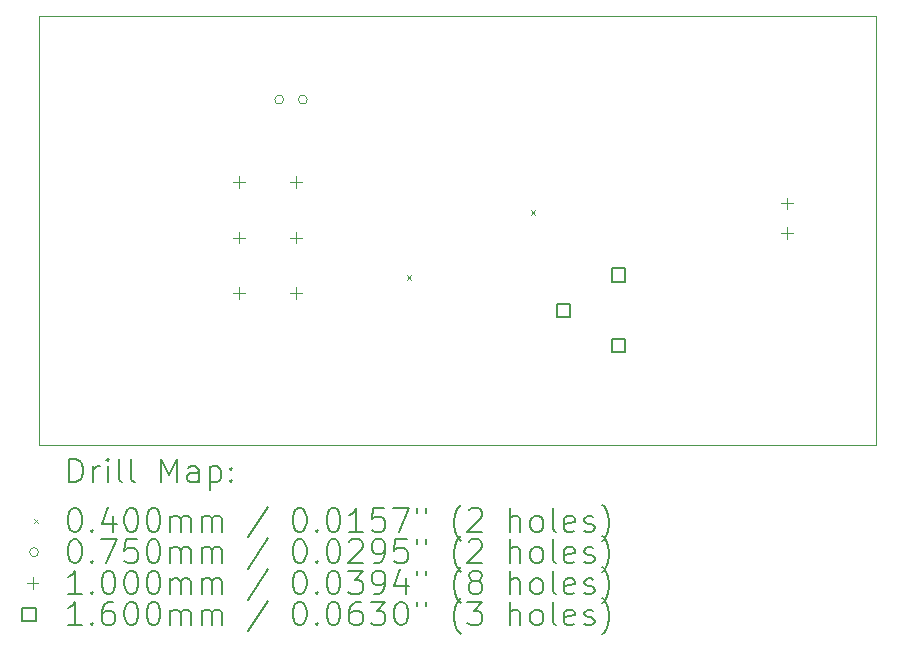
<source format=gbr>
%TF.GenerationSoftware,KiCad,Pcbnew,9.0.1*%
%TF.CreationDate,2025-06-09T13:51:00-07:00*%
%TF.ProjectId,chop_battery_board,63686f70-5f62-4617-9474-6572795f626f,rev?*%
%TF.SameCoordinates,Original*%
%TF.FileFunction,Drillmap*%
%TF.FilePolarity,Positive*%
%FSLAX45Y45*%
G04 Gerber Fmt 4.5, Leading zero omitted, Abs format (unit mm)*
G04 Created by KiCad (PCBNEW 9.0.1) date 2025-06-09 13:51:00*
%MOMM*%
%LPD*%
G01*
G04 APERTURE LIST*
%ADD10C,0.100000*%
%ADD11C,0.200000*%
%ADD12C,0.160000*%
G04 APERTURE END LIST*
D10*
X14016741Y-10339977D02*
X21102341Y-10339977D01*
X21102341Y-13967977D01*
X14016741Y-13967977D01*
X14016741Y-10339977D01*
D11*
D10*
X17130000Y-12530000D02*
X17170000Y-12570000D01*
X17170000Y-12530000D02*
X17130000Y-12570000D01*
X18180000Y-11980000D02*
X18220000Y-12020000D01*
X18220000Y-11980000D02*
X18180000Y-12020000D01*
X16087500Y-11045000D02*
G75*
G02*
X16012500Y-11045000I-37500J0D01*
G01*
X16012500Y-11045000D02*
G75*
G02*
X16087500Y-11045000I37500J0D01*
G01*
X16287500Y-11045000D02*
G75*
G02*
X16212500Y-11045000I-37500J0D01*
G01*
X16212500Y-11045000D02*
G75*
G02*
X16287500Y-11045000I37500J0D01*
G01*
X15708500Y-11692971D02*
X15708500Y-11792971D01*
X15658500Y-11742971D02*
X15758500Y-11742971D01*
X15708500Y-12162971D02*
X15708500Y-12262971D01*
X15658500Y-12212971D02*
X15758500Y-12212971D01*
X15708500Y-12632971D02*
X15708500Y-12732971D01*
X15658500Y-12682971D02*
X15758500Y-12682971D01*
X16191500Y-11692971D02*
X16191500Y-11792971D01*
X16141500Y-11742971D02*
X16241500Y-11742971D01*
X16191500Y-12162971D02*
X16191500Y-12262971D01*
X16141500Y-12212971D02*
X16241500Y-12212971D01*
X16191500Y-12632971D02*
X16191500Y-12732971D01*
X16141500Y-12682971D02*
X16241500Y-12682971D01*
X20346750Y-11875000D02*
X20346750Y-11975000D01*
X20296750Y-11925000D02*
X20396750Y-11925000D01*
X20346750Y-12125000D02*
X20346750Y-12225000D01*
X20296750Y-12175000D02*
X20396750Y-12175000D01*
D12*
X18511569Y-12886569D02*
X18511569Y-12773431D01*
X18398431Y-12773431D01*
X18398431Y-12886569D01*
X18511569Y-12886569D01*
X18981569Y-12586569D02*
X18981569Y-12473431D01*
X18868431Y-12473431D01*
X18868431Y-12586569D01*
X18981569Y-12586569D01*
X18981569Y-13186569D02*
X18981569Y-13073431D01*
X18868431Y-13073431D01*
X18868431Y-13186569D01*
X18981569Y-13186569D01*
D11*
X14272518Y-14284461D02*
X14272518Y-14084461D01*
X14272518Y-14084461D02*
X14320137Y-14084461D01*
X14320137Y-14084461D02*
X14348708Y-14093985D01*
X14348708Y-14093985D02*
X14367756Y-14113032D01*
X14367756Y-14113032D02*
X14377279Y-14132080D01*
X14377279Y-14132080D02*
X14386803Y-14170175D01*
X14386803Y-14170175D02*
X14386803Y-14198747D01*
X14386803Y-14198747D02*
X14377279Y-14236842D01*
X14377279Y-14236842D02*
X14367756Y-14255889D01*
X14367756Y-14255889D02*
X14348708Y-14274937D01*
X14348708Y-14274937D02*
X14320137Y-14284461D01*
X14320137Y-14284461D02*
X14272518Y-14284461D01*
X14472518Y-14284461D02*
X14472518Y-14151127D01*
X14472518Y-14189223D02*
X14482041Y-14170175D01*
X14482041Y-14170175D02*
X14491565Y-14160651D01*
X14491565Y-14160651D02*
X14510613Y-14151127D01*
X14510613Y-14151127D02*
X14529660Y-14151127D01*
X14596327Y-14284461D02*
X14596327Y-14151127D01*
X14596327Y-14084461D02*
X14586803Y-14093985D01*
X14586803Y-14093985D02*
X14596327Y-14103508D01*
X14596327Y-14103508D02*
X14605851Y-14093985D01*
X14605851Y-14093985D02*
X14596327Y-14084461D01*
X14596327Y-14084461D02*
X14596327Y-14103508D01*
X14720137Y-14284461D02*
X14701089Y-14274937D01*
X14701089Y-14274937D02*
X14691565Y-14255889D01*
X14691565Y-14255889D02*
X14691565Y-14084461D01*
X14824898Y-14284461D02*
X14805851Y-14274937D01*
X14805851Y-14274937D02*
X14796327Y-14255889D01*
X14796327Y-14255889D02*
X14796327Y-14084461D01*
X15053470Y-14284461D02*
X15053470Y-14084461D01*
X15053470Y-14084461D02*
X15120137Y-14227318D01*
X15120137Y-14227318D02*
X15186803Y-14084461D01*
X15186803Y-14084461D02*
X15186803Y-14284461D01*
X15367756Y-14284461D02*
X15367756Y-14179699D01*
X15367756Y-14179699D02*
X15358232Y-14160651D01*
X15358232Y-14160651D02*
X15339184Y-14151127D01*
X15339184Y-14151127D02*
X15301089Y-14151127D01*
X15301089Y-14151127D02*
X15282041Y-14160651D01*
X15367756Y-14274937D02*
X15348708Y-14284461D01*
X15348708Y-14284461D02*
X15301089Y-14284461D01*
X15301089Y-14284461D02*
X15282041Y-14274937D01*
X15282041Y-14274937D02*
X15272518Y-14255889D01*
X15272518Y-14255889D02*
X15272518Y-14236842D01*
X15272518Y-14236842D02*
X15282041Y-14217794D01*
X15282041Y-14217794D02*
X15301089Y-14208270D01*
X15301089Y-14208270D02*
X15348708Y-14208270D01*
X15348708Y-14208270D02*
X15367756Y-14198747D01*
X15462994Y-14151127D02*
X15462994Y-14351127D01*
X15462994Y-14160651D02*
X15482041Y-14151127D01*
X15482041Y-14151127D02*
X15520137Y-14151127D01*
X15520137Y-14151127D02*
X15539184Y-14160651D01*
X15539184Y-14160651D02*
X15548708Y-14170175D01*
X15548708Y-14170175D02*
X15558232Y-14189223D01*
X15558232Y-14189223D02*
X15558232Y-14246366D01*
X15558232Y-14246366D02*
X15548708Y-14265413D01*
X15548708Y-14265413D02*
X15539184Y-14274937D01*
X15539184Y-14274937D02*
X15520137Y-14284461D01*
X15520137Y-14284461D02*
X15482041Y-14284461D01*
X15482041Y-14284461D02*
X15462994Y-14274937D01*
X15643946Y-14265413D02*
X15653470Y-14274937D01*
X15653470Y-14274937D02*
X15643946Y-14284461D01*
X15643946Y-14284461D02*
X15634422Y-14274937D01*
X15634422Y-14274937D02*
X15643946Y-14265413D01*
X15643946Y-14265413D02*
X15643946Y-14284461D01*
X15643946Y-14160651D02*
X15653470Y-14170175D01*
X15653470Y-14170175D02*
X15643946Y-14179699D01*
X15643946Y-14179699D02*
X15634422Y-14170175D01*
X15634422Y-14170175D02*
X15643946Y-14160651D01*
X15643946Y-14160651D02*
X15643946Y-14179699D01*
D10*
X13971741Y-14592977D02*
X14011741Y-14632977D01*
X14011741Y-14592977D02*
X13971741Y-14632977D01*
D11*
X14310613Y-14504461D02*
X14329660Y-14504461D01*
X14329660Y-14504461D02*
X14348708Y-14513985D01*
X14348708Y-14513985D02*
X14358232Y-14523508D01*
X14358232Y-14523508D02*
X14367756Y-14542556D01*
X14367756Y-14542556D02*
X14377279Y-14580651D01*
X14377279Y-14580651D02*
X14377279Y-14628270D01*
X14377279Y-14628270D02*
X14367756Y-14666366D01*
X14367756Y-14666366D02*
X14358232Y-14685413D01*
X14358232Y-14685413D02*
X14348708Y-14694937D01*
X14348708Y-14694937D02*
X14329660Y-14704461D01*
X14329660Y-14704461D02*
X14310613Y-14704461D01*
X14310613Y-14704461D02*
X14291565Y-14694937D01*
X14291565Y-14694937D02*
X14282041Y-14685413D01*
X14282041Y-14685413D02*
X14272518Y-14666366D01*
X14272518Y-14666366D02*
X14262994Y-14628270D01*
X14262994Y-14628270D02*
X14262994Y-14580651D01*
X14262994Y-14580651D02*
X14272518Y-14542556D01*
X14272518Y-14542556D02*
X14282041Y-14523508D01*
X14282041Y-14523508D02*
X14291565Y-14513985D01*
X14291565Y-14513985D02*
X14310613Y-14504461D01*
X14462994Y-14685413D02*
X14472518Y-14694937D01*
X14472518Y-14694937D02*
X14462994Y-14704461D01*
X14462994Y-14704461D02*
X14453470Y-14694937D01*
X14453470Y-14694937D02*
X14462994Y-14685413D01*
X14462994Y-14685413D02*
X14462994Y-14704461D01*
X14643946Y-14571127D02*
X14643946Y-14704461D01*
X14596327Y-14494937D02*
X14548708Y-14637794D01*
X14548708Y-14637794D02*
X14672518Y-14637794D01*
X14786803Y-14504461D02*
X14805851Y-14504461D01*
X14805851Y-14504461D02*
X14824899Y-14513985D01*
X14824899Y-14513985D02*
X14834422Y-14523508D01*
X14834422Y-14523508D02*
X14843946Y-14542556D01*
X14843946Y-14542556D02*
X14853470Y-14580651D01*
X14853470Y-14580651D02*
X14853470Y-14628270D01*
X14853470Y-14628270D02*
X14843946Y-14666366D01*
X14843946Y-14666366D02*
X14834422Y-14685413D01*
X14834422Y-14685413D02*
X14824899Y-14694937D01*
X14824899Y-14694937D02*
X14805851Y-14704461D01*
X14805851Y-14704461D02*
X14786803Y-14704461D01*
X14786803Y-14704461D02*
X14767756Y-14694937D01*
X14767756Y-14694937D02*
X14758232Y-14685413D01*
X14758232Y-14685413D02*
X14748708Y-14666366D01*
X14748708Y-14666366D02*
X14739184Y-14628270D01*
X14739184Y-14628270D02*
X14739184Y-14580651D01*
X14739184Y-14580651D02*
X14748708Y-14542556D01*
X14748708Y-14542556D02*
X14758232Y-14523508D01*
X14758232Y-14523508D02*
X14767756Y-14513985D01*
X14767756Y-14513985D02*
X14786803Y-14504461D01*
X14977279Y-14504461D02*
X14996327Y-14504461D01*
X14996327Y-14504461D02*
X15015375Y-14513985D01*
X15015375Y-14513985D02*
X15024899Y-14523508D01*
X15024899Y-14523508D02*
X15034422Y-14542556D01*
X15034422Y-14542556D02*
X15043946Y-14580651D01*
X15043946Y-14580651D02*
X15043946Y-14628270D01*
X15043946Y-14628270D02*
X15034422Y-14666366D01*
X15034422Y-14666366D02*
X15024899Y-14685413D01*
X15024899Y-14685413D02*
X15015375Y-14694937D01*
X15015375Y-14694937D02*
X14996327Y-14704461D01*
X14996327Y-14704461D02*
X14977279Y-14704461D01*
X14977279Y-14704461D02*
X14958232Y-14694937D01*
X14958232Y-14694937D02*
X14948708Y-14685413D01*
X14948708Y-14685413D02*
X14939184Y-14666366D01*
X14939184Y-14666366D02*
X14929660Y-14628270D01*
X14929660Y-14628270D02*
X14929660Y-14580651D01*
X14929660Y-14580651D02*
X14939184Y-14542556D01*
X14939184Y-14542556D02*
X14948708Y-14523508D01*
X14948708Y-14523508D02*
X14958232Y-14513985D01*
X14958232Y-14513985D02*
X14977279Y-14504461D01*
X15129660Y-14704461D02*
X15129660Y-14571127D01*
X15129660Y-14590175D02*
X15139184Y-14580651D01*
X15139184Y-14580651D02*
X15158232Y-14571127D01*
X15158232Y-14571127D02*
X15186803Y-14571127D01*
X15186803Y-14571127D02*
X15205851Y-14580651D01*
X15205851Y-14580651D02*
X15215375Y-14599699D01*
X15215375Y-14599699D02*
X15215375Y-14704461D01*
X15215375Y-14599699D02*
X15224899Y-14580651D01*
X15224899Y-14580651D02*
X15243946Y-14571127D01*
X15243946Y-14571127D02*
X15272518Y-14571127D01*
X15272518Y-14571127D02*
X15291565Y-14580651D01*
X15291565Y-14580651D02*
X15301089Y-14599699D01*
X15301089Y-14599699D02*
X15301089Y-14704461D01*
X15396327Y-14704461D02*
X15396327Y-14571127D01*
X15396327Y-14590175D02*
X15405851Y-14580651D01*
X15405851Y-14580651D02*
X15424899Y-14571127D01*
X15424899Y-14571127D02*
X15453470Y-14571127D01*
X15453470Y-14571127D02*
X15472518Y-14580651D01*
X15472518Y-14580651D02*
X15482041Y-14599699D01*
X15482041Y-14599699D02*
X15482041Y-14704461D01*
X15482041Y-14599699D02*
X15491565Y-14580651D01*
X15491565Y-14580651D02*
X15510613Y-14571127D01*
X15510613Y-14571127D02*
X15539184Y-14571127D01*
X15539184Y-14571127D02*
X15558232Y-14580651D01*
X15558232Y-14580651D02*
X15567756Y-14599699D01*
X15567756Y-14599699D02*
X15567756Y-14704461D01*
X15958232Y-14494937D02*
X15786803Y-14752080D01*
X16215375Y-14504461D02*
X16234423Y-14504461D01*
X16234423Y-14504461D02*
X16253470Y-14513985D01*
X16253470Y-14513985D02*
X16262994Y-14523508D01*
X16262994Y-14523508D02*
X16272518Y-14542556D01*
X16272518Y-14542556D02*
X16282042Y-14580651D01*
X16282042Y-14580651D02*
X16282042Y-14628270D01*
X16282042Y-14628270D02*
X16272518Y-14666366D01*
X16272518Y-14666366D02*
X16262994Y-14685413D01*
X16262994Y-14685413D02*
X16253470Y-14694937D01*
X16253470Y-14694937D02*
X16234423Y-14704461D01*
X16234423Y-14704461D02*
X16215375Y-14704461D01*
X16215375Y-14704461D02*
X16196327Y-14694937D01*
X16196327Y-14694937D02*
X16186803Y-14685413D01*
X16186803Y-14685413D02*
X16177280Y-14666366D01*
X16177280Y-14666366D02*
X16167756Y-14628270D01*
X16167756Y-14628270D02*
X16167756Y-14580651D01*
X16167756Y-14580651D02*
X16177280Y-14542556D01*
X16177280Y-14542556D02*
X16186803Y-14523508D01*
X16186803Y-14523508D02*
X16196327Y-14513985D01*
X16196327Y-14513985D02*
X16215375Y-14504461D01*
X16367756Y-14685413D02*
X16377280Y-14694937D01*
X16377280Y-14694937D02*
X16367756Y-14704461D01*
X16367756Y-14704461D02*
X16358232Y-14694937D01*
X16358232Y-14694937D02*
X16367756Y-14685413D01*
X16367756Y-14685413D02*
X16367756Y-14704461D01*
X16501089Y-14504461D02*
X16520137Y-14504461D01*
X16520137Y-14504461D02*
X16539184Y-14513985D01*
X16539184Y-14513985D02*
X16548708Y-14523508D01*
X16548708Y-14523508D02*
X16558232Y-14542556D01*
X16558232Y-14542556D02*
X16567756Y-14580651D01*
X16567756Y-14580651D02*
X16567756Y-14628270D01*
X16567756Y-14628270D02*
X16558232Y-14666366D01*
X16558232Y-14666366D02*
X16548708Y-14685413D01*
X16548708Y-14685413D02*
X16539184Y-14694937D01*
X16539184Y-14694937D02*
X16520137Y-14704461D01*
X16520137Y-14704461D02*
X16501089Y-14704461D01*
X16501089Y-14704461D02*
X16482042Y-14694937D01*
X16482042Y-14694937D02*
X16472518Y-14685413D01*
X16472518Y-14685413D02*
X16462994Y-14666366D01*
X16462994Y-14666366D02*
X16453470Y-14628270D01*
X16453470Y-14628270D02*
X16453470Y-14580651D01*
X16453470Y-14580651D02*
X16462994Y-14542556D01*
X16462994Y-14542556D02*
X16472518Y-14523508D01*
X16472518Y-14523508D02*
X16482042Y-14513985D01*
X16482042Y-14513985D02*
X16501089Y-14504461D01*
X16758232Y-14704461D02*
X16643946Y-14704461D01*
X16701089Y-14704461D02*
X16701089Y-14504461D01*
X16701089Y-14504461D02*
X16682042Y-14533032D01*
X16682042Y-14533032D02*
X16662994Y-14552080D01*
X16662994Y-14552080D02*
X16643946Y-14561604D01*
X16939185Y-14504461D02*
X16843946Y-14504461D01*
X16843946Y-14504461D02*
X16834423Y-14599699D01*
X16834423Y-14599699D02*
X16843946Y-14590175D01*
X16843946Y-14590175D02*
X16862994Y-14580651D01*
X16862994Y-14580651D02*
X16910613Y-14580651D01*
X16910613Y-14580651D02*
X16929661Y-14590175D01*
X16929661Y-14590175D02*
X16939185Y-14599699D01*
X16939185Y-14599699D02*
X16948708Y-14618747D01*
X16948708Y-14618747D02*
X16948708Y-14666366D01*
X16948708Y-14666366D02*
X16939185Y-14685413D01*
X16939185Y-14685413D02*
X16929661Y-14694937D01*
X16929661Y-14694937D02*
X16910613Y-14704461D01*
X16910613Y-14704461D02*
X16862994Y-14704461D01*
X16862994Y-14704461D02*
X16843946Y-14694937D01*
X16843946Y-14694937D02*
X16834423Y-14685413D01*
X17015375Y-14504461D02*
X17148708Y-14504461D01*
X17148708Y-14504461D02*
X17062994Y-14704461D01*
X17215375Y-14504461D02*
X17215375Y-14542556D01*
X17291566Y-14504461D02*
X17291566Y-14542556D01*
X17586804Y-14780651D02*
X17577280Y-14771127D01*
X17577280Y-14771127D02*
X17558232Y-14742556D01*
X17558232Y-14742556D02*
X17548708Y-14723508D01*
X17548708Y-14723508D02*
X17539185Y-14694937D01*
X17539185Y-14694937D02*
X17529661Y-14647318D01*
X17529661Y-14647318D02*
X17529661Y-14609223D01*
X17529661Y-14609223D02*
X17539185Y-14561604D01*
X17539185Y-14561604D02*
X17548708Y-14533032D01*
X17548708Y-14533032D02*
X17558232Y-14513985D01*
X17558232Y-14513985D02*
X17577280Y-14485413D01*
X17577280Y-14485413D02*
X17586804Y-14475889D01*
X17653470Y-14523508D02*
X17662994Y-14513985D01*
X17662994Y-14513985D02*
X17682042Y-14504461D01*
X17682042Y-14504461D02*
X17729661Y-14504461D01*
X17729661Y-14504461D02*
X17748708Y-14513985D01*
X17748708Y-14513985D02*
X17758232Y-14523508D01*
X17758232Y-14523508D02*
X17767756Y-14542556D01*
X17767756Y-14542556D02*
X17767756Y-14561604D01*
X17767756Y-14561604D02*
X17758232Y-14590175D01*
X17758232Y-14590175D02*
X17643947Y-14704461D01*
X17643947Y-14704461D02*
X17767756Y-14704461D01*
X18005851Y-14704461D02*
X18005851Y-14504461D01*
X18091566Y-14704461D02*
X18091566Y-14599699D01*
X18091566Y-14599699D02*
X18082042Y-14580651D01*
X18082042Y-14580651D02*
X18062994Y-14571127D01*
X18062994Y-14571127D02*
X18034423Y-14571127D01*
X18034423Y-14571127D02*
X18015375Y-14580651D01*
X18015375Y-14580651D02*
X18005851Y-14590175D01*
X18215375Y-14704461D02*
X18196328Y-14694937D01*
X18196328Y-14694937D02*
X18186804Y-14685413D01*
X18186804Y-14685413D02*
X18177280Y-14666366D01*
X18177280Y-14666366D02*
X18177280Y-14609223D01*
X18177280Y-14609223D02*
X18186804Y-14590175D01*
X18186804Y-14590175D02*
X18196328Y-14580651D01*
X18196328Y-14580651D02*
X18215375Y-14571127D01*
X18215375Y-14571127D02*
X18243947Y-14571127D01*
X18243947Y-14571127D02*
X18262994Y-14580651D01*
X18262994Y-14580651D02*
X18272518Y-14590175D01*
X18272518Y-14590175D02*
X18282042Y-14609223D01*
X18282042Y-14609223D02*
X18282042Y-14666366D01*
X18282042Y-14666366D02*
X18272518Y-14685413D01*
X18272518Y-14685413D02*
X18262994Y-14694937D01*
X18262994Y-14694937D02*
X18243947Y-14704461D01*
X18243947Y-14704461D02*
X18215375Y-14704461D01*
X18396328Y-14704461D02*
X18377280Y-14694937D01*
X18377280Y-14694937D02*
X18367756Y-14675889D01*
X18367756Y-14675889D02*
X18367756Y-14504461D01*
X18548709Y-14694937D02*
X18529661Y-14704461D01*
X18529661Y-14704461D02*
X18491566Y-14704461D01*
X18491566Y-14704461D02*
X18472518Y-14694937D01*
X18472518Y-14694937D02*
X18462994Y-14675889D01*
X18462994Y-14675889D02*
X18462994Y-14599699D01*
X18462994Y-14599699D02*
X18472518Y-14580651D01*
X18472518Y-14580651D02*
X18491566Y-14571127D01*
X18491566Y-14571127D02*
X18529661Y-14571127D01*
X18529661Y-14571127D02*
X18548709Y-14580651D01*
X18548709Y-14580651D02*
X18558232Y-14599699D01*
X18558232Y-14599699D02*
X18558232Y-14618747D01*
X18558232Y-14618747D02*
X18462994Y-14637794D01*
X18634423Y-14694937D02*
X18653470Y-14704461D01*
X18653470Y-14704461D02*
X18691566Y-14704461D01*
X18691566Y-14704461D02*
X18710613Y-14694937D01*
X18710613Y-14694937D02*
X18720137Y-14675889D01*
X18720137Y-14675889D02*
X18720137Y-14666366D01*
X18720137Y-14666366D02*
X18710613Y-14647318D01*
X18710613Y-14647318D02*
X18691566Y-14637794D01*
X18691566Y-14637794D02*
X18662994Y-14637794D01*
X18662994Y-14637794D02*
X18643947Y-14628270D01*
X18643947Y-14628270D02*
X18634423Y-14609223D01*
X18634423Y-14609223D02*
X18634423Y-14599699D01*
X18634423Y-14599699D02*
X18643947Y-14580651D01*
X18643947Y-14580651D02*
X18662994Y-14571127D01*
X18662994Y-14571127D02*
X18691566Y-14571127D01*
X18691566Y-14571127D02*
X18710613Y-14580651D01*
X18786804Y-14780651D02*
X18796328Y-14771127D01*
X18796328Y-14771127D02*
X18815375Y-14742556D01*
X18815375Y-14742556D02*
X18824899Y-14723508D01*
X18824899Y-14723508D02*
X18834423Y-14694937D01*
X18834423Y-14694937D02*
X18843947Y-14647318D01*
X18843947Y-14647318D02*
X18843947Y-14609223D01*
X18843947Y-14609223D02*
X18834423Y-14561604D01*
X18834423Y-14561604D02*
X18824899Y-14533032D01*
X18824899Y-14533032D02*
X18815375Y-14513985D01*
X18815375Y-14513985D02*
X18796328Y-14485413D01*
X18796328Y-14485413D02*
X18786804Y-14475889D01*
D10*
X14011741Y-14876977D02*
G75*
G02*
X13936741Y-14876977I-37500J0D01*
G01*
X13936741Y-14876977D02*
G75*
G02*
X14011741Y-14876977I37500J0D01*
G01*
D11*
X14310613Y-14768461D02*
X14329660Y-14768461D01*
X14329660Y-14768461D02*
X14348708Y-14777985D01*
X14348708Y-14777985D02*
X14358232Y-14787508D01*
X14358232Y-14787508D02*
X14367756Y-14806556D01*
X14367756Y-14806556D02*
X14377279Y-14844651D01*
X14377279Y-14844651D02*
X14377279Y-14892270D01*
X14377279Y-14892270D02*
X14367756Y-14930366D01*
X14367756Y-14930366D02*
X14358232Y-14949413D01*
X14358232Y-14949413D02*
X14348708Y-14958937D01*
X14348708Y-14958937D02*
X14329660Y-14968461D01*
X14329660Y-14968461D02*
X14310613Y-14968461D01*
X14310613Y-14968461D02*
X14291565Y-14958937D01*
X14291565Y-14958937D02*
X14282041Y-14949413D01*
X14282041Y-14949413D02*
X14272518Y-14930366D01*
X14272518Y-14930366D02*
X14262994Y-14892270D01*
X14262994Y-14892270D02*
X14262994Y-14844651D01*
X14262994Y-14844651D02*
X14272518Y-14806556D01*
X14272518Y-14806556D02*
X14282041Y-14787508D01*
X14282041Y-14787508D02*
X14291565Y-14777985D01*
X14291565Y-14777985D02*
X14310613Y-14768461D01*
X14462994Y-14949413D02*
X14472518Y-14958937D01*
X14472518Y-14958937D02*
X14462994Y-14968461D01*
X14462994Y-14968461D02*
X14453470Y-14958937D01*
X14453470Y-14958937D02*
X14462994Y-14949413D01*
X14462994Y-14949413D02*
X14462994Y-14968461D01*
X14539184Y-14768461D02*
X14672518Y-14768461D01*
X14672518Y-14768461D02*
X14586803Y-14968461D01*
X14843946Y-14768461D02*
X14748708Y-14768461D01*
X14748708Y-14768461D02*
X14739184Y-14863699D01*
X14739184Y-14863699D02*
X14748708Y-14854175D01*
X14748708Y-14854175D02*
X14767756Y-14844651D01*
X14767756Y-14844651D02*
X14815375Y-14844651D01*
X14815375Y-14844651D02*
X14834422Y-14854175D01*
X14834422Y-14854175D02*
X14843946Y-14863699D01*
X14843946Y-14863699D02*
X14853470Y-14882747D01*
X14853470Y-14882747D02*
X14853470Y-14930366D01*
X14853470Y-14930366D02*
X14843946Y-14949413D01*
X14843946Y-14949413D02*
X14834422Y-14958937D01*
X14834422Y-14958937D02*
X14815375Y-14968461D01*
X14815375Y-14968461D02*
X14767756Y-14968461D01*
X14767756Y-14968461D02*
X14748708Y-14958937D01*
X14748708Y-14958937D02*
X14739184Y-14949413D01*
X14977279Y-14768461D02*
X14996327Y-14768461D01*
X14996327Y-14768461D02*
X15015375Y-14777985D01*
X15015375Y-14777985D02*
X15024899Y-14787508D01*
X15024899Y-14787508D02*
X15034422Y-14806556D01*
X15034422Y-14806556D02*
X15043946Y-14844651D01*
X15043946Y-14844651D02*
X15043946Y-14892270D01*
X15043946Y-14892270D02*
X15034422Y-14930366D01*
X15034422Y-14930366D02*
X15024899Y-14949413D01*
X15024899Y-14949413D02*
X15015375Y-14958937D01*
X15015375Y-14958937D02*
X14996327Y-14968461D01*
X14996327Y-14968461D02*
X14977279Y-14968461D01*
X14977279Y-14968461D02*
X14958232Y-14958937D01*
X14958232Y-14958937D02*
X14948708Y-14949413D01*
X14948708Y-14949413D02*
X14939184Y-14930366D01*
X14939184Y-14930366D02*
X14929660Y-14892270D01*
X14929660Y-14892270D02*
X14929660Y-14844651D01*
X14929660Y-14844651D02*
X14939184Y-14806556D01*
X14939184Y-14806556D02*
X14948708Y-14787508D01*
X14948708Y-14787508D02*
X14958232Y-14777985D01*
X14958232Y-14777985D02*
X14977279Y-14768461D01*
X15129660Y-14968461D02*
X15129660Y-14835127D01*
X15129660Y-14854175D02*
X15139184Y-14844651D01*
X15139184Y-14844651D02*
X15158232Y-14835127D01*
X15158232Y-14835127D02*
X15186803Y-14835127D01*
X15186803Y-14835127D02*
X15205851Y-14844651D01*
X15205851Y-14844651D02*
X15215375Y-14863699D01*
X15215375Y-14863699D02*
X15215375Y-14968461D01*
X15215375Y-14863699D02*
X15224899Y-14844651D01*
X15224899Y-14844651D02*
X15243946Y-14835127D01*
X15243946Y-14835127D02*
X15272518Y-14835127D01*
X15272518Y-14835127D02*
X15291565Y-14844651D01*
X15291565Y-14844651D02*
X15301089Y-14863699D01*
X15301089Y-14863699D02*
X15301089Y-14968461D01*
X15396327Y-14968461D02*
X15396327Y-14835127D01*
X15396327Y-14854175D02*
X15405851Y-14844651D01*
X15405851Y-14844651D02*
X15424899Y-14835127D01*
X15424899Y-14835127D02*
X15453470Y-14835127D01*
X15453470Y-14835127D02*
X15472518Y-14844651D01*
X15472518Y-14844651D02*
X15482041Y-14863699D01*
X15482041Y-14863699D02*
X15482041Y-14968461D01*
X15482041Y-14863699D02*
X15491565Y-14844651D01*
X15491565Y-14844651D02*
X15510613Y-14835127D01*
X15510613Y-14835127D02*
X15539184Y-14835127D01*
X15539184Y-14835127D02*
X15558232Y-14844651D01*
X15558232Y-14844651D02*
X15567756Y-14863699D01*
X15567756Y-14863699D02*
X15567756Y-14968461D01*
X15958232Y-14758937D02*
X15786803Y-15016080D01*
X16215375Y-14768461D02*
X16234423Y-14768461D01*
X16234423Y-14768461D02*
X16253470Y-14777985D01*
X16253470Y-14777985D02*
X16262994Y-14787508D01*
X16262994Y-14787508D02*
X16272518Y-14806556D01*
X16272518Y-14806556D02*
X16282042Y-14844651D01*
X16282042Y-14844651D02*
X16282042Y-14892270D01*
X16282042Y-14892270D02*
X16272518Y-14930366D01*
X16272518Y-14930366D02*
X16262994Y-14949413D01*
X16262994Y-14949413D02*
X16253470Y-14958937D01*
X16253470Y-14958937D02*
X16234423Y-14968461D01*
X16234423Y-14968461D02*
X16215375Y-14968461D01*
X16215375Y-14968461D02*
X16196327Y-14958937D01*
X16196327Y-14958937D02*
X16186803Y-14949413D01*
X16186803Y-14949413D02*
X16177280Y-14930366D01*
X16177280Y-14930366D02*
X16167756Y-14892270D01*
X16167756Y-14892270D02*
X16167756Y-14844651D01*
X16167756Y-14844651D02*
X16177280Y-14806556D01*
X16177280Y-14806556D02*
X16186803Y-14787508D01*
X16186803Y-14787508D02*
X16196327Y-14777985D01*
X16196327Y-14777985D02*
X16215375Y-14768461D01*
X16367756Y-14949413D02*
X16377280Y-14958937D01*
X16377280Y-14958937D02*
X16367756Y-14968461D01*
X16367756Y-14968461D02*
X16358232Y-14958937D01*
X16358232Y-14958937D02*
X16367756Y-14949413D01*
X16367756Y-14949413D02*
X16367756Y-14968461D01*
X16501089Y-14768461D02*
X16520137Y-14768461D01*
X16520137Y-14768461D02*
X16539184Y-14777985D01*
X16539184Y-14777985D02*
X16548708Y-14787508D01*
X16548708Y-14787508D02*
X16558232Y-14806556D01*
X16558232Y-14806556D02*
X16567756Y-14844651D01*
X16567756Y-14844651D02*
X16567756Y-14892270D01*
X16567756Y-14892270D02*
X16558232Y-14930366D01*
X16558232Y-14930366D02*
X16548708Y-14949413D01*
X16548708Y-14949413D02*
X16539184Y-14958937D01*
X16539184Y-14958937D02*
X16520137Y-14968461D01*
X16520137Y-14968461D02*
X16501089Y-14968461D01*
X16501089Y-14968461D02*
X16482042Y-14958937D01*
X16482042Y-14958937D02*
X16472518Y-14949413D01*
X16472518Y-14949413D02*
X16462994Y-14930366D01*
X16462994Y-14930366D02*
X16453470Y-14892270D01*
X16453470Y-14892270D02*
X16453470Y-14844651D01*
X16453470Y-14844651D02*
X16462994Y-14806556D01*
X16462994Y-14806556D02*
X16472518Y-14787508D01*
X16472518Y-14787508D02*
X16482042Y-14777985D01*
X16482042Y-14777985D02*
X16501089Y-14768461D01*
X16643946Y-14787508D02*
X16653470Y-14777985D01*
X16653470Y-14777985D02*
X16672518Y-14768461D01*
X16672518Y-14768461D02*
X16720137Y-14768461D01*
X16720137Y-14768461D02*
X16739184Y-14777985D01*
X16739184Y-14777985D02*
X16748708Y-14787508D01*
X16748708Y-14787508D02*
X16758232Y-14806556D01*
X16758232Y-14806556D02*
X16758232Y-14825604D01*
X16758232Y-14825604D02*
X16748708Y-14854175D01*
X16748708Y-14854175D02*
X16634423Y-14968461D01*
X16634423Y-14968461D02*
X16758232Y-14968461D01*
X16853470Y-14968461D02*
X16891565Y-14968461D01*
X16891565Y-14968461D02*
X16910613Y-14958937D01*
X16910613Y-14958937D02*
X16920137Y-14949413D01*
X16920137Y-14949413D02*
X16939185Y-14920842D01*
X16939185Y-14920842D02*
X16948708Y-14882747D01*
X16948708Y-14882747D02*
X16948708Y-14806556D01*
X16948708Y-14806556D02*
X16939185Y-14787508D01*
X16939185Y-14787508D02*
X16929661Y-14777985D01*
X16929661Y-14777985D02*
X16910613Y-14768461D01*
X16910613Y-14768461D02*
X16872518Y-14768461D01*
X16872518Y-14768461D02*
X16853470Y-14777985D01*
X16853470Y-14777985D02*
X16843946Y-14787508D01*
X16843946Y-14787508D02*
X16834423Y-14806556D01*
X16834423Y-14806556D02*
X16834423Y-14854175D01*
X16834423Y-14854175D02*
X16843946Y-14873223D01*
X16843946Y-14873223D02*
X16853470Y-14882747D01*
X16853470Y-14882747D02*
X16872518Y-14892270D01*
X16872518Y-14892270D02*
X16910613Y-14892270D01*
X16910613Y-14892270D02*
X16929661Y-14882747D01*
X16929661Y-14882747D02*
X16939185Y-14873223D01*
X16939185Y-14873223D02*
X16948708Y-14854175D01*
X17129661Y-14768461D02*
X17034423Y-14768461D01*
X17034423Y-14768461D02*
X17024899Y-14863699D01*
X17024899Y-14863699D02*
X17034423Y-14854175D01*
X17034423Y-14854175D02*
X17053470Y-14844651D01*
X17053470Y-14844651D02*
X17101089Y-14844651D01*
X17101089Y-14844651D02*
X17120137Y-14854175D01*
X17120137Y-14854175D02*
X17129661Y-14863699D01*
X17129661Y-14863699D02*
X17139185Y-14882747D01*
X17139185Y-14882747D02*
X17139185Y-14930366D01*
X17139185Y-14930366D02*
X17129661Y-14949413D01*
X17129661Y-14949413D02*
X17120137Y-14958937D01*
X17120137Y-14958937D02*
X17101089Y-14968461D01*
X17101089Y-14968461D02*
X17053470Y-14968461D01*
X17053470Y-14968461D02*
X17034423Y-14958937D01*
X17034423Y-14958937D02*
X17024899Y-14949413D01*
X17215375Y-14768461D02*
X17215375Y-14806556D01*
X17291566Y-14768461D02*
X17291566Y-14806556D01*
X17586804Y-15044651D02*
X17577280Y-15035127D01*
X17577280Y-15035127D02*
X17558232Y-15006556D01*
X17558232Y-15006556D02*
X17548708Y-14987508D01*
X17548708Y-14987508D02*
X17539185Y-14958937D01*
X17539185Y-14958937D02*
X17529661Y-14911318D01*
X17529661Y-14911318D02*
X17529661Y-14873223D01*
X17529661Y-14873223D02*
X17539185Y-14825604D01*
X17539185Y-14825604D02*
X17548708Y-14797032D01*
X17548708Y-14797032D02*
X17558232Y-14777985D01*
X17558232Y-14777985D02*
X17577280Y-14749413D01*
X17577280Y-14749413D02*
X17586804Y-14739889D01*
X17653470Y-14787508D02*
X17662994Y-14777985D01*
X17662994Y-14777985D02*
X17682042Y-14768461D01*
X17682042Y-14768461D02*
X17729661Y-14768461D01*
X17729661Y-14768461D02*
X17748708Y-14777985D01*
X17748708Y-14777985D02*
X17758232Y-14787508D01*
X17758232Y-14787508D02*
X17767756Y-14806556D01*
X17767756Y-14806556D02*
X17767756Y-14825604D01*
X17767756Y-14825604D02*
X17758232Y-14854175D01*
X17758232Y-14854175D02*
X17643947Y-14968461D01*
X17643947Y-14968461D02*
X17767756Y-14968461D01*
X18005851Y-14968461D02*
X18005851Y-14768461D01*
X18091566Y-14968461D02*
X18091566Y-14863699D01*
X18091566Y-14863699D02*
X18082042Y-14844651D01*
X18082042Y-14844651D02*
X18062994Y-14835127D01*
X18062994Y-14835127D02*
X18034423Y-14835127D01*
X18034423Y-14835127D02*
X18015375Y-14844651D01*
X18015375Y-14844651D02*
X18005851Y-14854175D01*
X18215375Y-14968461D02*
X18196328Y-14958937D01*
X18196328Y-14958937D02*
X18186804Y-14949413D01*
X18186804Y-14949413D02*
X18177280Y-14930366D01*
X18177280Y-14930366D02*
X18177280Y-14873223D01*
X18177280Y-14873223D02*
X18186804Y-14854175D01*
X18186804Y-14854175D02*
X18196328Y-14844651D01*
X18196328Y-14844651D02*
X18215375Y-14835127D01*
X18215375Y-14835127D02*
X18243947Y-14835127D01*
X18243947Y-14835127D02*
X18262994Y-14844651D01*
X18262994Y-14844651D02*
X18272518Y-14854175D01*
X18272518Y-14854175D02*
X18282042Y-14873223D01*
X18282042Y-14873223D02*
X18282042Y-14930366D01*
X18282042Y-14930366D02*
X18272518Y-14949413D01*
X18272518Y-14949413D02*
X18262994Y-14958937D01*
X18262994Y-14958937D02*
X18243947Y-14968461D01*
X18243947Y-14968461D02*
X18215375Y-14968461D01*
X18396328Y-14968461D02*
X18377280Y-14958937D01*
X18377280Y-14958937D02*
X18367756Y-14939889D01*
X18367756Y-14939889D02*
X18367756Y-14768461D01*
X18548709Y-14958937D02*
X18529661Y-14968461D01*
X18529661Y-14968461D02*
X18491566Y-14968461D01*
X18491566Y-14968461D02*
X18472518Y-14958937D01*
X18472518Y-14958937D02*
X18462994Y-14939889D01*
X18462994Y-14939889D02*
X18462994Y-14863699D01*
X18462994Y-14863699D02*
X18472518Y-14844651D01*
X18472518Y-14844651D02*
X18491566Y-14835127D01*
X18491566Y-14835127D02*
X18529661Y-14835127D01*
X18529661Y-14835127D02*
X18548709Y-14844651D01*
X18548709Y-14844651D02*
X18558232Y-14863699D01*
X18558232Y-14863699D02*
X18558232Y-14882747D01*
X18558232Y-14882747D02*
X18462994Y-14901794D01*
X18634423Y-14958937D02*
X18653470Y-14968461D01*
X18653470Y-14968461D02*
X18691566Y-14968461D01*
X18691566Y-14968461D02*
X18710613Y-14958937D01*
X18710613Y-14958937D02*
X18720137Y-14939889D01*
X18720137Y-14939889D02*
X18720137Y-14930366D01*
X18720137Y-14930366D02*
X18710613Y-14911318D01*
X18710613Y-14911318D02*
X18691566Y-14901794D01*
X18691566Y-14901794D02*
X18662994Y-14901794D01*
X18662994Y-14901794D02*
X18643947Y-14892270D01*
X18643947Y-14892270D02*
X18634423Y-14873223D01*
X18634423Y-14873223D02*
X18634423Y-14863699D01*
X18634423Y-14863699D02*
X18643947Y-14844651D01*
X18643947Y-14844651D02*
X18662994Y-14835127D01*
X18662994Y-14835127D02*
X18691566Y-14835127D01*
X18691566Y-14835127D02*
X18710613Y-14844651D01*
X18786804Y-15044651D02*
X18796328Y-15035127D01*
X18796328Y-15035127D02*
X18815375Y-15006556D01*
X18815375Y-15006556D02*
X18824899Y-14987508D01*
X18824899Y-14987508D02*
X18834423Y-14958937D01*
X18834423Y-14958937D02*
X18843947Y-14911318D01*
X18843947Y-14911318D02*
X18843947Y-14873223D01*
X18843947Y-14873223D02*
X18834423Y-14825604D01*
X18834423Y-14825604D02*
X18824899Y-14797032D01*
X18824899Y-14797032D02*
X18815375Y-14777985D01*
X18815375Y-14777985D02*
X18796328Y-14749413D01*
X18796328Y-14749413D02*
X18786804Y-14739889D01*
D10*
X13961741Y-15090977D02*
X13961741Y-15190977D01*
X13911741Y-15140977D02*
X14011741Y-15140977D01*
D11*
X14377279Y-15232461D02*
X14262994Y-15232461D01*
X14320137Y-15232461D02*
X14320137Y-15032461D01*
X14320137Y-15032461D02*
X14301089Y-15061032D01*
X14301089Y-15061032D02*
X14282041Y-15080080D01*
X14282041Y-15080080D02*
X14262994Y-15089604D01*
X14462994Y-15213413D02*
X14472518Y-15222937D01*
X14472518Y-15222937D02*
X14462994Y-15232461D01*
X14462994Y-15232461D02*
X14453470Y-15222937D01*
X14453470Y-15222937D02*
X14462994Y-15213413D01*
X14462994Y-15213413D02*
X14462994Y-15232461D01*
X14596327Y-15032461D02*
X14615375Y-15032461D01*
X14615375Y-15032461D02*
X14634422Y-15041985D01*
X14634422Y-15041985D02*
X14643946Y-15051508D01*
X14643946Y-15051508D02*
X14653470Y-15070556D01*
X14653470Y-15070556D02*
X14662994Y-15108651D01*
X14662994Y-15108651D02*
X14662994Y-15156270D01*
X14662994Y-15156270D02*
X14653470Y-15194366D01*
X14653470Y-15194366D02*
X14643946Y-15213413D01*
X14643946Y-15213413D02*
X14634422Y-15222937D01*
X14634422Y-15222937D02*
X14615375Y-15232461D01*
X14615375Y-15232461D02*
X14596327Y-15232461D01*
X14596327Y-15232461D02*
X14577279Y-15222937D01*
X14577279Y-15222937D02*
X14567756Y-15213413D01*
X14567756Y-15213413D02*
X14558232Y-15194366D01*
X14558232Y-15194366D02*
X14548708Y-15156270D01*
X14548708Y-15156270D02*
X14548708Y-15108651D01*
X14548708Y-15108651D02*
X14558232Y-15070556D01*
X14558232Y-15070556D02*
X14567756Y-15051508D01*
X14567756Y-15051508D02*
X14577279Y-15041985D01*
X14577279Y-15041985D02*
X14596327Y-15032461D01*
X14786803Y-15032461D02*
X14805851Y-15032461D01*
X14805851Y-15032461D02*
X14824899Y-15041985D01*
X14824899Y-15041985D02*
X14834422Y-15051508D01*
X14834422Y-15051508D02*
X14843946Y-15070556D01*
X14843946Y-15070556D02*
X14853470Y-15108651D01*
X14853470Y-15108651D02*
X14853470Y-15156270D01*
X14853470Y-15156270D02*
X14843946Y-15194366D01*
X14843946Y-15194366D02*
X14834422Y-15213413D01*
X14834422Y-15213413D02*
X14824899Y-15222937D01*
X14824899Y-15222937D02*
X14805851Y-15232461D01*
X14805851Y-15232461D02*
X14786803Y-15232461D01*
X14786803Y-15232461D02*
X14767756Y-15222937D01*
X14767756Y-15222937D02*
X14758232Y-15213413D01*
X14758232Y-15213413D02*
X14748708Y-15194366D01*
X14748708Y-15194366D02*
X14739184Y-15156270D01*
X14739184Y-15156270D02*
X14739184Y-15108651D01*
X14739184Y-15108651D02*
X14748708Y-15070556D01*
X14748708Y-15070556D02*
X14758232Y-15051508D01*
X14758232Y-15051508D02*
X14767756Y-15041985D01*
X14767756Y-15041985D02*
X14786803Y-15032461D01*
X14977279Y-15032461D02*
X14996327Y-15032461D01*
X14996327Y-15032461D02*
X15015375Y-15041985D01*
X15015375Y-15041985D02*
X15024899Y-15051508D01*
X15024899Y-15051508D02*
X15034422Y-15070556D01*
X15034422Y-15070556D02*
X15043946Y-15108651D01*
X15043946Y-15108651D02*
X15043946Y-15156270D01*
X15043946Y-15156270D02*
X15034422Y-15194366D01*
X15034422Y-15194366D02*
X15024899Y-15213413D01*
X15024899Y-15213413D02*
X15015375Y-15222937D01*
X15015375Y-15222937D02*
X14996327Y-15232461D01*
X14996327Y-15232461D02*
X14977279Y-15232461D01*
X14977279Y-15232461D02*
X14958232Y-15222937D01*
X14958232Y-15222937D02*
X14948708Y-15213413D01*
X14948708Y-15213413D02*
X14939184Y-15194366D01*
X14939184Y-15194366D02*
X14929660Y-15156270D01*
X14929660Y-15156270D02*
X14929660Y-15108651D01*
X14929660Y-15108651D02*
X14939184Y-15070556D01*
X14939184Y-15070556D02*
X14948708Y-15051508D01*
X14948708Y-15051508D02*
X14958232Y-15041985D01*
X14958232Y-15041985D02*
X14977279Y-15032461D01*
X15129660Y-15232461D02*
X15129660Y-15099127D01*
X15129660Y-15118175D02*
X15139184Y-15108651D01*
X15139184Y-15108651D02*
X15158232Y-15099127D01*
X15158232Y-15099127D02*
X15186803Y-15099127D01*
X15186803Y-15099127D02*
X15205851Y-15108651D01*
X15205851Y-15108651D02*
X15215375Y-15127699D01*
X15215375Y-15127699D02*
X15215375Y-15232461D01*
X15215375Y-15127699D02*
X15224899Y-15108651D01*
X15224899Y-15108651D02*
X15243946Y-15099127D01*
X15243946Y-15099127D02*
X15272518Y-15099127D01*
X15272518Y-15099127D02*
X15291565Y-15108651D01*
X15291565Y-15108651D02*
X15301089Y-15127699D01*
X15301089Y-15127699D02*
X15301089Y-15232461D01*
X15396327Y-15232461D02*
X15396327Y-15099127D01*
X15396327Y-15118175D02*
X15405851Y-15108651D01*
X15405851Y-15108651D02*
X15424899Y-15099127D01*
X15424899Y-15099127D02*
X15453470Y-15099127D01*
X15453470Y-15099127D02*
X15472518Y-15108651D01*
X15472518Y-15108651D02*
X15482041Y-15127699D01*
X15482041Y-15127699D02*
X15482041Y-15232461D01*
X15482041Y-15127699D02*
X15491565Y-15108651D01*
X15491565Y-15108651D02*
X15510613Y-15099127D01*
X15510613Y-15099127D02*
X15539184Y-15099127D01*
X15539184Y-15099127D02*
X15558232Y-15108651D01*
X15558232Y-15108651D02*
X15567756Y-15127699D01*
X15567756Y-15127699D02*
X15567756Y-15232461D01*
X15958232Y-15022937D02*
X15786803Y-15280080D01*
X16215375Y-15032461D02*
X16234423Y-15032461D01*
X16234423Y-15032461D02*
X16253470Y-15041985D01*
X16253470Y-15041985D02*
X16262994Y-15051508D01*
X16262994Y-15051508D02*
X16272518Y-15070556D01*
X16272518Y-15070556D02*
X16282042Y-15108651D01*
X16282042Y-15108651D02*
X16282042Y-15156270D01*
X16282042Y-15156270D02*
X16272518Y-15194366D01*
X16272518Y-15194366D02*
X16262994Y-15213413D01*
X16262994Y-15213413D02*
X16253470Y-15222937D01*
X16253470Y-15222937D02*
X16234423Y-15232461D01*
X16234423Y-15232461D02*
X16215375Y-15232461D01*
X16215375Y-15232461D02*
X16196327Y-15222937D01*
X16196327Y-15222937D02*
X16186803Y-15213413D01*
X16186803Y-15213413D02*
X16177280Y-15194366D01*
X16177280Y-15194366D02*
X16167756Y-15156270D01*
X16167756Y-15156270D02*
X16167756Y-15108651D01*
X16167756Y-15108651D02*
X16177280Y-15070556D01*
X16177280Y-15070556D02*
X16186803Y-15051508D01*
X16186803Y-15051508D02*
X16196327Y-15041985D01*
X16196327Y-15041985D02*
X16215375Y-15032461D01*
X16367756Y-15213413D02*
X16377280Y-15222937D01*
X16377280Y-15222937D02*
X16367756Y-15232461D01*
X16367756Y-15232461D02*
X16358232Y-15222937D01*
X16358232Y-15222937D02*
X16367756Y-15213413D01*
X16367756Y-15213413D02*
X16367756Y-15232461D01*
X16501089Y-15032461D02*
X16520137Y-15032461D01*
X16520137Y-15032461D02*
X16539184Y-15041985D01*
X16539184Y-15041985D02*
X16548708Y-15051508D01*
X16548708Y-15051508D02*
X16558232Y-15070556D01*
X16558232Y-15070556D02*
X16567756Y-15108651D01*
X16567756Y-15108651D02*
X16567756Y-15156270D01*
X16567756Y-15156270D02*
X16558232Y-15194366D01*
X16558232Y-15194366D02*
X16548708Y-15213413D01*
X16548708Y-15213413D02*
X16539184Y-15222937D01*
X16539184Y-15222937D02*
X16520137Y-15232461D01*
X16520137Y-15232461D02*
X16501089Y-15232461D01*
X16501089Y-15232461D02*
X16482042Y-15222937D01*
X16482042Y-15222937D02*
X16472518Y-15213413D01*
X16472518Y-15213413D02*
X16462994Y-15194366D01*
X16462994Y-15194366D02*
X16453470Y-15156270D01*
X16453470Y-15156270D02*
X16453470Y-15108651D01*
X16453470Y-15108651D02*
X16462994Y-15070556D01*
X16462994Y-15070556D02*
X16472518Y-15051508D01*
X16472518Y-15051508D02*
X16482042Y-15041985D01*
X16482042Y-15041985D02*
X16501089Y-15032461D01*
X16634423Y-15032461D02*
X16758232Y-15032461D01*
X16758232Y-15032461D02*
X16691565Y-15108651D01*
X16691565Y-15108651D02*
X16720137Y-15108651D01*
X16720137Y-15108651D02*
X16739184Y-15118175D01*
X16739184Y-15118175D02*
X16748708Y-15127699D01*
X16748708Y-15127699D02*
X16758232Y-15146747D01*
X16758232Y-15146747D02*
X16758232Y-15194366D01*
X16758232Y-15194366D02*
X16748708Y-15213413D01*
X16748708Y-15213413D02*
X16739184Y-15222937D01*
X16739184Y-15222937D02*
X16720137Y-15232461D01*
X16720137Y-15232461D02*
X16662994Y-15232461D01*
X16662994Y-15232461D02*
X16643946Y-15222937D01*
X16643946Y-15222937D02*
X16634423Y-15213413D01*
X16853470Y-15232461D02*
X16891565Y-15232461D01*
X16891565Y-15232461D02*
X16910613Y-15222937D01*
X16910613Y-15222937D02*
X16920137Y-15213413D01*
X16920137Y-15213413D02*
X16939185Y-15184842D01*
X16939185Y-15184842D02*
X16948708Y-15146747D01*
X16948708Y-15146747D02*
X16948708Y-15070556D01*
X16948708Y-15070556D02*
X16939185Y-15051508D01*
X16939185Y-15051508D02*
X16929661Y-15041985D01*
X16929661Y-15041985D02*
X16910613Y-15032461D01*
X16910613Y-15032461D02*
X16872518Y-15032461D01*
X16872518Y-15032461D02*
X16853470Y-15041985D01*
X16853470Y-15041985D02*
X16843946Y-15051508D01*
X16843946Y-15051508D02*
X16834423Y-15070556D01*
X16834423Y-15070556D02*
X16834423Y-15118175D01*
X16834423Y-15118175D02*
X16843946Y-15137223D01*
X16843946Y-15137223D02*
X16853470Y-15146747D01*
X16853470Y-15146747D02*
X16872518Y-15156270D01*
X16872518Y-15156270D02*
X16910613Y-15156270D01*
X16910613Y-15156270D02*
X16929661Y-15146747D01*
X16929661Y-15146747D02*
X16939185Y-15137223D01*
X16939185Y-15137223D02*
X16948708Y-15118175D01*
X17120137Y-15099127D02*
X17120137Y-15232461D01*
X17072518Y-15022937D02*
X17024899Y-15165794D01*
X17024899Y-15165794D02*
X17148708Y-15165794D01*
X17215375Y-15032461D02*
X17215375Y-15070556D01*
X17291566Y-15032461D02*
X17291566Y-15070556D01*
X17586804Y-15308651D02*
X17577280Y-15299127D01*
X17577280Y-15299127D02*
X17558232Y-15270556D01*
X17558232Y-15270556D02*
X17548708Y-15251508D01*
X17548708Y-15251508D02*
X17539185Y-15222937D01*
X17539185Y-15222937D02*
X17529661Y-15175318D01*
X17529661Y-15175318D02*
X17529661Y-15137223D01*
X17529661Y-15137223D02*
X17539185Y-15089604D01*
X17539185Y-15089604D02*
X17548708Y-15061032D01*
X17548708Y-15061032D02*
X17558232Y-15041985D01*
X17558232Y-15041985D02*
X17577280Y-15013413D01*
X17577280Y-15013413D02*
X17586804Y-15003889D01*
X17691566Y-15118175D02*
X17672518Y-15108651D01*
X17672518Y-15108651D02*
X17662994Y-15099127D01*
X17662994Y-15099127D02*
X17653470Y-15080080D01*
X17653470Y-15080080D02*
X17653470Y-15070556D01*
X17653470Y-15070556D02*
X17662994Y-15051508D01*
X17662994Y-15051508D02*
X17672518Y-15041985D01*
X17672518Y-15041985D02*
X17691566Y-15032461D01*
X17691566Y-15032461D02*
X17729661Y-15032461D01*
X17729661Y-15032461D02*
X17748708Y-15041985D01*
X17748708Y-15041985D02*
X17758232Y-15051508D01*
X17758232Y-15051508D02*
X17767756Y-15070556D01*
X17767756Y-15070556D02*
X17767756Y-15080080D01*
X17767756Y-15080080D02*
X17758232Y-15099127D01*
X17758232Y-15099127D02*
X17748708Y-15108651D01*
X17748708Y-15108651D02*
X17729661Y-15118175D01*
X17729661Y-15118175D02*
X17691566Y-15118175D01*
X17691566Y-15118175D02*
X17672518Y-15127699D01*
X17672518Y-15127699D02*
X17662994Y-15137223D01*
X17662994Y-15137223D02*
X17653470Y-15156270D01*
X17653470Y-15156270D02*
X17653470Y-15194366D01*
X17653470Y-15194366D02*
X17662994Y-15213413D01*
X17662994Y-15213413D02*
X17672518Y-15222937D01*
X17672518Y-15222937D02*
X17691566Y-15232461D01*
X17691566Y-15232461D02*
X17729661Y-15232461D01*
X17729661Y-15232461D02*
X17748708Y-15222937D01*
X17748708Y-15222937D02*
X17758232Y-15213413D01*
X17758232Y-15213413D02*
X17767756Y-15194366D01*
X17767756Y-15194366D02*
X17767756Y-15156270D01*
X17767756Y-15156270D02*
X17758232Y-15137223D01*
X17758232Y-15137223D02*
X17748708Y-15127699D01*
X17748708Y-15127699D02*
X17729661Y-15118175D01*
X18005851Y-15232461D02*
X18005851Y-15032461D01*
X18091566Y-15232461D02*
X18091566Y-15127699D01*
X18091566Y-15127699D02*
X18082042Y-15108651D01*
X18082042Y-15108651D02*
X18062994Y-15099127D01*
X18062994Y-15099127D02*
X18034423Y-15099127D01*
X18034423Y-15099127D02*
X18015375Y-15108651D01*
X18015375Y-15108651D02*
X18005851Y-15118175D01*
X18215375Y-15232461D02*
X18196328Y-15222937D01*
X18196328Y-15222937D02*
X18186804Y-15213413D01*
X18186804Y-15213413D02*
X18177280Y-15194366D01*
X18177280Y-15194366D02*
X18177280Y-15137223D01*
X18177280Y-15137223D02*
X18186804Y-15118175D01*
X18186804Y-15118175D02*
X18196328Y-15108651D01*
X18196328Y-15108651D02*
X18215375Y-15099127D01*
X18215375Y-15099127D02*
X18243947Y-15099127D01*
X18243947Y-15099127D02*
X18262994Y-15108651D01*
X18262994Y-15108651D02*
X18272518Y-15118175D01*
X18272518Y-15118175D02*
X18282042Y-15137223D01*
X18282042Y-15137223D02*
X18282042Y-15194366D01*
X18282042Y-15194366D02*
X18272518Y-15213413D01*
X18272518Y-15213413D02*
X18262994Y-15222937D01*
X18262994Y-15222937D02*
X18243947Y-15232461D01*
X18243947Y-15232461D02*
X18215375Y-15232461D01*
X18396328Y-15232461D02*
X18377280Y-15222937D01*
X18377280Y-15222937D02*
X18367756Y-15203889D01*
X18367756Y-15203889D02*
X18367756Y-15032461D01*
X18548709Y-15222937D02*
X18529661Y-15232461D01*
X18529661Y-15232461D02*
X18491566Y-15232461D01*
X18491566Y-15232461D02*
X18472518Y-15222937D01*
X18472518Y-15222937D02*
X18462994Y-15203889D01*
X18462994Y-15203889D02*
X18462994Y-15127699D01*
X18462994Y-15127699D02*
X18472518Y-15108651D01*
X18472518Y-15108651D02*
X18491566Y-15099127D01*
X18491566Y-15099127D02*
X18529661Y-15099127D01*
X18529661Y-15099127D02*
X18548709Y-15108651D01*
X18548709Y-15108651D02*
X18558232Y-15127699D01*
X18558232Y-15127699D02*
X18558232Y-15146747D01*
X18558232Y-15146747D02*
X18462994Y-15165794D01*
X18634423Y-15222937D02*
X18653470Y-15232461D01*
X18653470Y-15232461D02*
X18691566Y-15232461D01*
X18691566Y-15232461D02*
X18710613Y-15222937D01*
X18710613Y-15222937D02*
X18720137Y-15203889D01*
X18720137Y-15203889D02*
X18720137Y-15194366D01*
X18720137Y-15194366D02*
X18710613Y-15175318D01*
X18710613Y-15175318D02*
X18691566Y-15165794D01*
X18691566Y-15165794D02*
X18662994Y-15165794D01*
X18662994Y-15165794D02*
X18643947Y-15156270D01*
X18643947Y-15156270D02*
X18634423Y-15137223D01*
X18634423Y-15137223D02*
X18634423Y-15127699D01*
X18634423Y-15127699D02*
X18643947Y-15108651D01*
X18643947Y-15108651D02*
X18662994Y-15099127D01*
X18662994Y-15099127D02*
X18691566Y-15099127D01*
X18691566Y-15099127D02*
X18710613Y-15108651D01*
X18786804Y-15308651D02*
X18796328Y-15299127D01*
X18796328Y-15299127D02*
X18815375Y-15270556D01*
X18815375Y-15270556D02*
X18824899Y-15251508D01*
X18824899Y-15251508D02*
X18834423Y-15222937D01*
X18834423Y-15222937D02*
X18843947Y-15175318D01*
X18843947Y-15175318D02*
X18843947Y-15137223D01*
X18843947Y-15137223D02*
X18834423Y-15089604D01*
X18834423Y-15089604D02*
X18824899Y-15061032D01*
X18824899Y-15061032D02*
X18815375Y-15041985D01*
X18815375Y-15041985D02*
X18796328Y-15013413D01*
X18796328Y-15013413D02*
X18786804Y-15003889D01*
D12*
X13988310Y-15461546D02*
X13988310Y-15348408D01*
X13875172Y-15348408D01*
X13875172Y-15461546D01*
X13988310Y-15461546D01*
D11*
X14377279Y-15496461D02*
X14262994Y-15496461D01*
X14320137Y-15496461D02*
X14320137Y-15296461D01*
X14320137Y-15296461D02*
X14301089Y-15325032D01*
X14301089Y-15325032D02*
X14282041Y-15344080D01*
X14282041Y-15344080D02*
X14262994Y-15353604D01*
X14462994Y-15477413D02*
X14472518Y-15486937D01*
X14472518Y-15486937D02*
X14462994Y-15496461D01*
X14462994Y-15496461D02*
X14453470Y-15486937D01*
X14453470Y-15486937D02*
X14462994Y-15477413D01*
X14462994Y-15477413D02*
X14462994Y-15496461D01*
X14643946Y-15296461D02*
X14605851Y-15296461D01*
X14605851Y-15296461D02*
X14586803Y-15305985D01*
X14586803Y-15305985D02*
X14577279Y-15315508D01*
X14577279Y-15315508D02*
X14558232Y-15344080D01*
X14558232Y-15344080D02*
X14548708Y-15382175D01*
X14548708Y-15382175D02*
X14548708Y-15458366D01*
X14548708Y-15458366D02*
X14558232Y-15477413D01*
X14558232Y-15477413D02*
X14567756Y-15486937D01*
X14567756Y-15486937D02*
X14586803Y-15496461D01*
X14586803Y-15496461D02*
X14624899Y-15496461D01*
X14624899Y-15496461D02*
X14643946Y-15486937D01*
X14643946Y-15486937D02*
X14653470Y-15477413D01*
X14653470Y-15477413D02*
X14662994Y-15458366D01*
X14662994Y-15458366D02*
X14662994Y-15410747D01*
X14662994Y-15410747D02*
X14653470Y-15391699D01*
X14653470Y-15391699D02*
X14643946Y-15382175D01*
X14643946Y-15382175D02*
X14624899Y-15372651D01*
X14624899Y-15372651D02*
X14586803Y-15372651D01*
X14586803Y-15372651D02*
X14567756Y-15382175D01*
X14567756Y-15382175D02*
X14558232Y-15391699D01*
X14558232Y-15391699D02*
X14548708Y-15410747D01*
X14786803Y-15296461D02*
X14805851Y-15296461D01*
X14805851Y-15296461D02*
X14824899Y-15305985D01*
X14824899Y-15305985D02*
X14834422Y-15315508D01*
X14834422Y-15315508D02*
X14843946Y-15334556D01*
X14843946Y-15334556D02*
X14853470Y-15372651D01*
X14853470Y-15372651D02*
X14853470Y-15420270D01*
X14853470Y-15420270D02*
X14843946Y-15458366D01*
X14843946Y-15458366D02*
X14834422Y-15477413D01*
X14834422Y-15477413D02*
X14824899Y-15486937D01*
X14824899Y-15486937D02*
X14805851Y-15496461D01*
X14805851Y-15496461D02*
X14786803Y-15496461D01*
X14786803Y-15496461D02*
X14767756Y-15486937D01*
X14767756Y-15486937D02*
X14758232Y-15477413D01*
X14758232Y-15477413D02*
X14748708Y-15458366D01*
X14748708Y-15458366D02*
X14739184Y-15420270D01*
X14739184Y-15420270D02*
X14739184Y-15372651D01*
X14739184Y-15372651D02*
X14748708Y-15334556D01*
X14748708Y-15334556D02*
X14758232Y-15315508D01*
X14758232Y-15315508D02*
X14767756Y-15305985D01*
X14767756Y-15305985D02*
X14786803Y-15296461D01*
X14977279Y-15296461D02*
X14996327Y-15296461D01*
X14996327Y-15296461D02*
X15015375Y-15305985D01*
X15015375Y-15305985D02*
X15024899Y-15315508D01*
X15024899Y-15315508D02*
X15034422Y-15334556D01*
X15034422Y-15334556D02*
X15043946Y-15372651D01*
X15043946Y-15372651D02*
X15043946Y-15420270D01*
X15043946Y-15420270D02*
X15034422Y-15458366D01*
X15034422Y-15458366D02*
X15024899Y-15477413D01*
X15024899Y-15477413D02*
X15015375Y-15486937D01*
X15015375Y-15486937D02*
X14996327Y-15496461D01*
X14996327Y-15496461D02*
X14977279Y-15496461D01*
X14977279Y-15496461D02*
X14958232Y-15486937D01*
X14958232Y-15486937D02*
X14948708Y-15477413D01*
X14948708Y-15477413D02*
X14939184Y-15458366D01*
X14939184Y-15458366D02*
X14929660Y-15420270D01*
X14929660Y-15420270D02*
X14929660Y-15372651D01*
X14929660Y-15372651D02*
X14939184Y-15334556D01*
X14939184Y-15334556D02*
X14948708Y-15315508D01*
X14948708Y-15315508D02*
X14958232Y-15305985D01*
X14958232Y-15305985D02*
X14977279Y-15296461D01*
X15129660Y-15496461D02*
X15129660Y-15363127D01*
X15129660Y-15382175D02*
X15139184Y-15372651D01*
X15139184Y-15372651D02*
X15158232Y-15363127D01*
X15158232Y-15363127D02*
X15186803Y-15363127D01*
X15186803Y-15363127D02*
X15205851Y-15372651D01*
X15205851Y-15372651D02*
X15215375Y-15391699D01*
X15215375Y-15391699D02*
X15215375Y-15496461D01*
X15215375Y-15391699D02*
X15224899Y-15372651D01*
X15224899Y-15372651D02*
X15243946Y-15363127D01*
X15243946Y-15363127D02*
X15272518Y-15363127D01*
X15272518Y-15363127D02*
X15291565Y-15372651D01*
X15291565Y-15372651D02*
X15301089Y-15391699D01*
X15301089Y-15391699D02*
X15301089Y-15496461D01*
X15396327Y-15496461D02*
X15396327Y-15363127D01*
X15396327Y-15382175D02*
X15405851Y-15372651D01*
X15405851Y-15372651D02*
X15424899Y-15363127D01*
X15424899Y-15363127D02*
X15453470Y-15363127D01*
X15453470Y-15363127D02*
X15472518Y-15372651D01*
X15472518Y-15372651D02*
X15482041Y-15391699D01*
X15482041Y-15391699D02*
X15482041Y-15496461D01*
X15482041Y-15391699D02*
X15491565Y-15372651D01*
X15491565Y-15372651D02*
X15510613Y-15363127D01*
X15510613Y-15363127D02*
X15539184Y-15363127D01*
X15539184Y-15363127D02*
X15558232Y-15372651D01*
X15558232Y-15372651D02*
X15567756Y-15391699D01*
X15567756Y-15391699D02*
X15567756Y-15496461D01*
X15958232Y-15286937D02*
X15786803Y-15544080D01*
X16215375Y-15296461D02*
X16234423Y-15296461D01*
X16234423Y-15296461D02*
X16253470Y-15305985D01*
X16253470Y-15305985D02*
X16262994Y-15315508D01*
X16262994Y-15315508D02*
X16272518Y-15334556D01*
X16272518Y-15334556D02*
X16282042Y-15372651D01*
X16282042Y-15372651D02*
X16282042Y-15420270D01*
X16282042Y-15420270D02*
X16272518Y-15458366D01*
X16272518Y-15458366D02*
X16262994Y-15477413D01*
X16262994Y-15477413D02*
X16253470Y-15486937D01*
X16253470Y-15486937D02*
X16234423Y-15496461D01*
X16234423Y-15496461D02*
X16215375Y-15496461D01*
X16215375Y-15496461D02*
X16196327Y-15486937D01*
X16196327Y-15486937D02*
X16186803Y-15477413D01*
X16186803Y-15477413D02*
X16177280Y-15458366D01*
X16177280Y-15458366D02*
X16167756Y-15420270D01*
X16167756Y-15420270D02*
X16167756Y-15372651D01*
X16167756Y-15372651D02*
X16177280Y-15334556D01*
X16177280Y-15334556D02*
X16186803Y-15315508D01*
X16186803Y-15315508D02*
X16196327Y-15305985D01*
X16196327Y-15305985D02*
X16215375Y-15296461D01*
X16367756Y-15477413D02*
X16377280Y-15486937D01*
X16377280Y-15486937D02*
X16367756Y-15496461D01*
X16367756Y-15496461D02*
X16358232Y-15486937D01*
X16358232Y-15486937D02*
X16367756Y-15477413D01*
X16367756Y-15477413D02*
X16367756Y-15496461D01*
X16501089Y-15296461D02*
X16520137Y-15296461D01*
X16520137Y-15296461D02*
X16539184Y-15305985D01*
X16539184Y-15305985D02*
X16548708Y-15315508D01*
X16548708Y-15315508D02*
X16558232Y-15334556D01*
X16558232Y-15334556D02*
X16567756Y-15372651D01*
X16567756Y-15372651D02*
X16567756Y-15420270D01*
X16567756Y-15420270D02*
X16558232Y-15458366D01*
X16558232Y-15458366D02*
X16548708Y-15477413D01*
X16548708Y-15477413D02*
X16539184Y-15486937D01*
X16539184Y-15486937D02*
X16520137Y-15496461D01*
X16520137Y-15496461D02*
X16501089Y-15496461D01*
X16501089Y-15496461D02*
X16482042Y-15486937D01*
X16482042Y-15486937D02*
X16472518Y-15477413D01*
X16472518Y-15477413D02*
X16462994Y-15458366D01*
X16462994Y-15458366D02*
X16453470Y-15420270D01*
X16453470Y-15420270D02*
X16453470Y-15372651D01*
X16453470Y-15372651D02*
X16462994Y-15334556D01*
X16462994Y-15334556D02*
X16472518Y-15315508D01*
X16472518Y-15315508D02*
X16482042Y-15305985D01*
X16482042Y-15305985D02*
X16501089Y-15296461D01*
X16739184Y-15296461D02*
X16701089Y-15296461D01*
X16701089Y-15296461D02*
X16682042Y-15305985D01*
X16682042Y-15305985D02*
X16672518Y-15315508D01*
X16672518Y-15315508D02*
X16653470Y-15344080D01*
X16653470Y-15344080D02*
X16643946Y-15382175D01*
X16643946Y-15382175D02*
X16643946Y-15458366D01*
X16643946Y-15458366D02*
X16653470Y-15477413D01*
X16653470Y-15477413D02*
X16662994Y-15486937D01*
X16662994Y-15486937D02*
X16682042Y-15496461D01*
X16682042Y-15496461D02*
X16720137Y-15496461D01*
X16720137Y-15496461D02*
X16739184Y-15486937D01*
X16739184Y-15486937D02*
X16748708Y-15477413D01*
X16748708Y-15477413D02*
X16758232Y-15458366D01*
X16758232Y-15458366D02*
X16758232Y-15410747D01*
X16758232Y-15410747D02*
X16748708Y-15391699D01*
X16748708Y-15391699D02*
X16739184Y-15382175D01*
X16739184Y-15382175D02*
X16720137Y-15372651D01*
X16720137Y-15372651D02*
X16682042Y-15372651D01*
X16682042Y-15372651D02*
X16662994Y-15382175D01*
X16662994Y-15382175D02*
X16653470Y-15391699D01*
X16653470Y-15391699D02*
X16643946Y-15410747D01*
X16824899Y-15296461D02*
X16948708Y-15296461D01*
X16948708Y-15296461D02*
X16882042Y-15372651D01*
X16882042Y-15372651D02*
X16910613Y-15372651D01*
X16910613Y-15372651D02*
X16929661Y-15382175D01*
X16929661Y-15382175D02*
X16939185Y-15391699D01*
X16939185Y-15391699D02*
X16948708Y-15410747D01*
X16948708Y-15410747D02*
X16948708Y-15458366D01*
X16948708Y-15458366D02*
X16939185Y-15477413D01*
X16939185Y-15477413D02*
X16929661Y-15486937D01*
X16929661Y-15486937D02*
X16910613Y-15496461D01*
X16910613Y-15496461D02*
X16853470Y-15496461D01*
X16853470Y-15496461D02*
X16834423Y-15486937D01*
X16834423Y-15486937D02*
X16824899Y-15477413D01*
X17072518Y-15296461D02*
X17091566Y-15296461D01*
X17091566Y-15296461D02*
X17110613Y-15305985D01*
X17110613Y-15305985D02*
X17120137Y-15315508D01*
X17120137Y-15315508D02*
X17129661Y-15334556D01*
X17129661Y-15334556D02*
X17139185Y-15372651D01*
X17139185Y-15372651D02*
X17139185Y-15420270D01*
X17139185Y-15420270D02*
X17129661Y-15458366D01*
X17129661Y-15458366D02*
X17120137Y-15477413D01*
X17120137Y-15477413D02*
X17110613Y-15486937D01*
X17110613Y-15486937D02*
X17091566Y-15496461D01*
X17091566Y-15496461D02*
X17072518Y-15496461D01*
X17072518Y-15496461D02*
X17053470Y-15486937D01*
X17053470Y-15486937D02*
X17043946Y-15477413D01*
X17043946Y-15477413D02*
X17034423Y-15458366D01*
X17034423Y-15458366D02*
X17024899Y-15420270D01*
X17024899Y-15420270D02*
X17024899Y-15372651D01*
X17024899Y-15372651D02*
X17034423Y-15334556D01*
X17034423Y-15334556D02*
X17043946Y-15315508D01*
X17043946Y-15315508D02*
X17053470Y-15305985D01*
X17053470Y-15305985D02*
X17072518Y-15296461D01*
X17215375Y-15296461D02*
X17215375Y-15334556D01*
X17291566Y-15296461D02*
X17291566Y-15334556D01*
X17586804Y-15572651D02*
X17577280Y-15563127D01*
X17577280Y-15563127D02*
X17558232Y-15534556D01*
X17558232Y-15534556D02*
X17548708Y-15515508D01*
X17548708Y-15515508D02*
X17539185Y-15486937D01*
X17539185Y-15486937D02*
X17529661Y-15439318D01*
X17529661Y-15439318D02*
X17529661Y-15401223D01*
X17529661Y-15401223D02*
X17539185Y-15353604D01*
X17539185Y-15353604D02*
X17548708Y-15325032D01*
X17548708Y-15325032D02*
X17558232Y-15305985D01*
X17558232Y-15305985D02*
X17577280Y-15277413D01*
X17577280Y-15277413D02*
X17586804Y-15267889D01*
X17643947Y-15296461D02*
X17767756Y-15296461D01*
X17767756Y-15296461D02*
X17701089Y-15372651D01*
X17701089Y-15372651D02*
X17729661Y-15372651D01*
X17729661Y-15372651D02*
X17748708Y-15382175D01*
X17748708Y-15382175D02*
X17758232Y-15391699D01*
X17758232Y-15391699D02*
X17767756Y-15410747D01*
X17767756Y-15410747D02*
X17767756Y-15458366D01*
X17767756Y-15458366D02*
X17758232Y-15477413D01*
X17758232Y-15477413D02*
X17748708Y-15486937D01*
X17748708Y-15486937D02*
X17729661Y-15496461D01*
X17729661Y-15496461D02*
X17672518Y-15496461D01*
X17672518Y-15496461D02*
X17653470Y-15486937D01*
X17653470Y-15486937D02*
X17643947Y-15477413D01*
X18005851Y-15496461D02*
X18005851Y-15296461D01*
X18091566Y-15496461D02*
X18091566Y-15391699D01*
X18091566Y-15391699D02*
X18082042Y-15372651D01*
X18082042Y-15372651D02*
X18062994Y-15363127D01*
X18062994Y-15363127D02*
X18034423Y-15363127D01*
X18034423Y-15363127D02*
X18015375Y-15372651D01*
X18015375Y-15372651D02*
X18005851Y-15382175D01*
X18215375Y-15496461D02*
X18196328Y-15486937D01*
X18196328Y-15486937D02*
X18186804Y-15477413D01*
X18186804Y-15477413D02*
X18177280Y-15458366D01*
X18177280Y-15458366D02*
X18177280Y-15401223D01*
X18177280Y-15401223D02*
X18186804Y-15382175D01*
X18186804Y-15382175D02*
X18196328Y-15372651D01*
X18196328Y-15372651D02*
X18215375Y-15363127D01*
X18215375Y-15363127D02*
X18243947Y-15363127D01*
X18243947Y-15363127D02*
X18262994Y-15372651D01*
X18262994Y-15372651D02*
X18272518Y-15382175D01*
X18272518Y-15382175D02*
X18282042Y-15401223D01*
X18282042Y-15401223D02*
X18282042Y-15458366D01*
X18282042Y-15458366D02*
X18272518Y-15477413D01*
X18272518Y-15477413D02*
X18262994Y-15486937D01*
X18262994Y-15486937D02*
X18243947Y-15496461D01*
X18243947Y-15496461D02*
X18215375Y-15496461D01*
X18396328Y-15496461D02*
X18377280Y-15486937D01*
X18377280Y-15486937D02*
X18367756Y-15467889D01*
X18367756Y-15467889D02*
X18367756Y-15296461D01*
X18548709Y-15486937D02*
X18529661Y-15496461D01*
X18529661Y-15496461D02*
X18491566Y-15496461D01*
X18491566Y-15496461D02*
X18472518Y-15486937D01*
X18472518Y-15486937D02*
X18462994Y-15467889D01*
X18462994Y-15467889D02*
X18462994Y-15391699D01*
X18462994Y-15391699D02*
X18472518Y-15372651D01*
X18472518Y-15372651D02*
X18491566Y-15363127D01*
X18491566Y-15363127D02*
X18529661Y-15363127D01*
X18529661Y-15363127D02*
X18548709Y-15372651D01*
X18548709Y-15372651D02*
X18558232Y-15391699D01*
X18558232Y-15391699D02*
X18558232Y-15410747D01*
X18558232Y-15410747D02*
X18462994Y-15429794D01*
X18634423Y-15486937D02*
X18653470Y-15496461D01*
X18653470Y-15496461D02*
X18691566Y-15496461D01*
X18691566Y-15496461D02*
X18710613Y-15486937D01*
X18710613Y-15486937D02*
X18720137Y-15467889D01*
X18720137Y-15467889D02*
X18720137Y-15458366D01*
X18720137Y-15458366D02*
X18710613Y-15439318D01*
X18710613Y-15439318D02*
X18691566Y-15429794D01*
X18691566Y-15429794D02*
X18662994Y-15429794D01*
X18662994Y-15429794D02*
X18643947Y-15420270D01*
X18643947Y-15420270D02*
X18634423Y-15401223D01*
X18634423Y-15401223D02*
X18634423Y-15391699D01*
X18634423Y-15391699D02*
X18643947Y-15372651D01*
X18643947Y-15372651D02*
X18662994Y-15363127D01*
X18662994Y-15363127D02*
X18691566Y-15363127D01*
X18691566Y-15363127D02*
X18710613Y-15372651D01*
X18786804Y-15572651D02*
X18796328Y-15563127D01*
X18796328Y-15563127D02*
X18815375Y-15534556D01*
X18815375Y-15534556D02*
X18824899Y-15515508D01*
X18824899Y-15515508D02*
X18834423Y-15486937D01*
X18834423Y-15486937D02*
X18843947Y-15439318D01*
X18843947Y-15439318D02*
X18843947Y-15401223D01*
X18843947Y-15401223D02*
X18834423Y-15353604D01*
X18834423Y-15353604D02*
X18824899Y-15325032D01*
X18824899Y-15325032D02*
X18815375Y-15305985D01*
X18815375Y-15305985D02*
X18796328Y-15277413D01*
X18796328Y-15277413D02*
X18786804Y-15267889D01*
M02*

</source>
